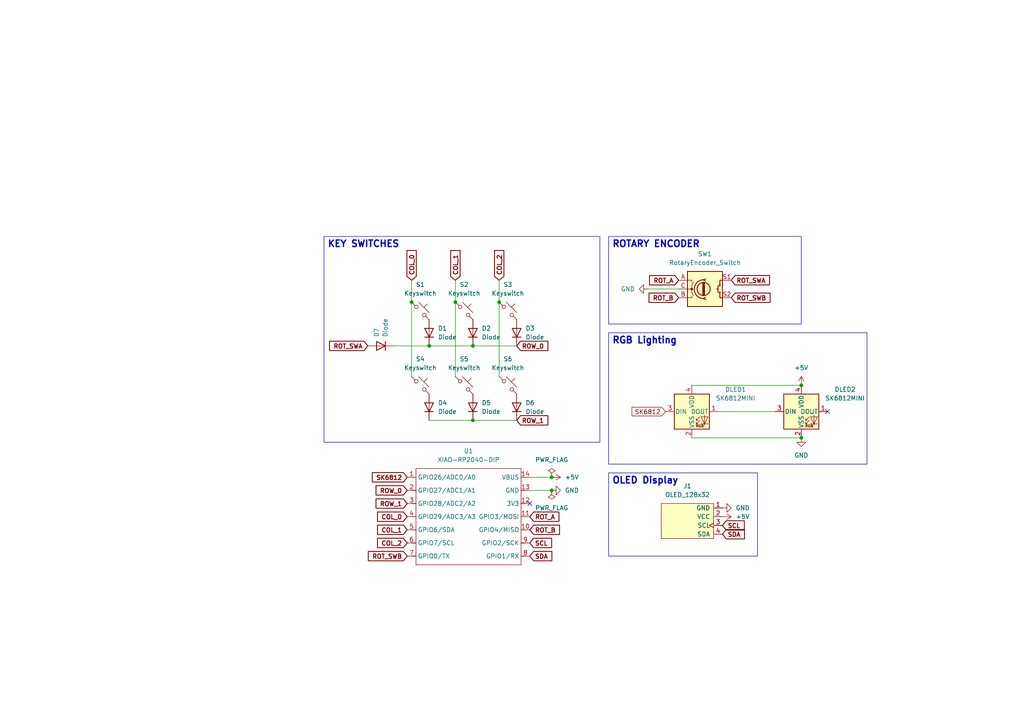
<source format=kicad_sch>
(kicad_sch (version 20250114) (generator "eeschema") (generator_version "9.0")
  (paper "A4")
  (title_block (title "Command Pad") (date "2025-05-25") (rev "1.0") (company "sjalkote") (comment 1 "First time making a pcb lol"))
  (lib_symbols
    (symbol "Device:RotaryEncoder_Switch" (pin_names (offset 0.254) (hide yes))
      (property "Reference" "SW" (at 0 6.604 0))
      (property "Value" "RotaryEncoder_Switch" (at 0 -6.604 0))
      (symbol "RotaryEncoder_Switch_0_1"
        (rectangle (start -5.08 5.08) (end 5.08 -5.08) (stroke (width 0.254)) (fill (type background)))
        (polyline (pts (xy -5.08 2.54) (xy -3.81 2.54) (xy -3.81 2.032)))
        (polyline (pts (xy -5.08 0) (xy -3.81 0) (xy -3.81 -1.016) (xy -3.302 -2.032)))
        (polyline (pts (xy -5.08 -2.54) (xy -3.81 -2.54) (xy -3.81 -2.032)))
        (polyline (pts (xy -4.318 0) (xy -3.81 0) (xy -3.81 1.016) (xy -3.302 2.032)))
        (circle (center -3.81 0) (radius 0.254) (fill (type outline)))
        (polyline (pts (xy -0.635 -1.778) (xy -0.635 1.778)) (stroke (width 0.254)))
        (circle (center -0.381 0) (radius 1.905) (stroke (width 0.254)))
        (polyline (pts (xy -0.381 -1.778) (xy -0.381 1.778)) (stroke (width 0.254)))
        (arc (start -0.381 -2.794) (mid -3.0988 -0.0635) (end -0.381 2.667) (stroke (width 0.254)))
        (polyline (pts (xy -0.127 1.778) (xy -0.127 -1.778)) (stroke (width 0.254)))
        (polyline (pts (xy 0.254 2.921) (xy -0.508 2.667) (xy 0.127 2.286)) (stroke (width 0.254)))
        (polyline (pts (xy 0.254 -3.048) (xy -0.508 -2.794) (xy 0.127 -2.413)) (stroke (width 0.254)))
        (polyline (pts (xy 3.81 1.016) (xy 3.81 -1.016)) (stroke (width 0.254)))
        (polyline (pts (xy 3.81 0) (xy 3.429 0)) (stroke (width 0.254)))
        (circle (center 4.318 1.016) (radius 0.127) (stroke (width 0.254)))
        (circle (center 4.318 -1.016) (radius 0.127) (stroke (width 0.254)))
        (polyline (pts (xy 5.08 2.54) (xy 4.318 2.54) (xy 4.318 1.016)) (stroke (width 0.254)))
        (polyline (pts (xy 5.08 -2.54) (xy 4.318 -2.54) (xy 4.318 -1.016)) (stroke (width 0.254)))
      )
      (symbol "RotaryEncoder_Switch_1_1"
        (pin passive line (at -7.62 2.54 0) (length 2.54) (name "A") (number "A"))
        (pin passive line (at -7.62 0 0) (length 2.54) (name "C") (number "C"))
        (pin passive line (at -7.62 -2.54 0) (length 2.54) (name "B") (number "B"))
        (pin passive line (at 7.62 2.54 180) (length 2.54) (name "S1") (number "S1"))
        (pin passive line (at 7.62 -2.54 180) (length 2.54) (name "S2") (number "S2"))
      )
    )
    (symbol "LED:SK6812MINI" (pin_names (offset 0.254))
      (property "Reference" "D" (at 5.08 5.715 0))
      (property "Value" "SK6812MINI" (at 1.27 -5.715 0))
      (symbol "SK6812MINI_0_0"
        (text "RGB" (at 2.286 -4.191 0) (effects (font (size 0.762 0.762))))
      )
      (symbol "SK6812MINI_0_1"
        (polyline (pts (xy 1.27 -2.54) (xy 1.778 -2.54)))
        (polyline (pts (xy 1.27 -3.556) (xy 1.778 -3.556)))
        (polyline (pts (xy 2.286 -1.524) (xy 1.27 -2.54) (xy 1.27 -2.032)))
        (polyline (pts (xy 2.286 -2.54) (xy 1.27 -3.556) (xy 1.27 -3.048)))
        (polyline (pts (xy 3.683 -1.016) (xy 3.683 -3.556) (xy 3.683 -4.064)))
        (polyline (pts (xy 4.699 -1.524) (xy 2.667 -1.524) (xy 3.683 -3.556) (xy 4.699 -1.524)))
        (polyline (pts (xy 4.699 -3.556) (xy 2.667 -3.556)))
        (rectangle (start 5.08 5.08) (end -5.08 -5.08) (stroke (width 0.254)) (fill (type background)))
      )
      (symbol "SK6812MINI_1_1"
        (pin input line (at -7.62 0 0) (length 2.54) (name "DIN") (number "3"))
        (pin power_in line (at 0 7.62 270) (length 2.54) (name "VDD") (number "4"))
        (pin power_in line (at 0 -7.62 90) (length 2.54) (name "VSS") (number "2"))
        (pin output line (at 7.62 0 180) (length 2.54) (name "DOUT") (number "1"))
      )
    )
    (symbol "ScottoKeebs:OLED_128x32" (pin_names (offset 1.016))
      (property "Reference" "J" (at 0 -6.35 0))
      (property "Value" "OLED_128x32" (at 0 6.35 0))
      (symbol "OLED_128x32_0_1"
        (rectangle (start 0 5.08) (end 15.24 -5.08) (fill (type background)))
      )
      (symbol "OLED_128x32_1_1"
        (pin bidirectional line (at -2.54 3.81 0) (length 2.54) (name "SDA") (number "4"))
        (pin input clock (at -2.54 1.27 0) (length 2.54) (name "SCL") (number "3"))
        (pin power_in line (at -2.54 -1.27 0) (length 2.54) (name "VCC") (number "2"))
        (pin power_in line (at -2.54 -3.81 0) (length 2.54) (name "GND") (number "1"))
      )
    )
    (symbol "ScottoKeebs:Placeholder_Diode" (pin_numbers (hide yes)) (pin_names (hide yes))
      (property "Reference" "D" (at 0 2.54 0))
      (property "Value" "Diode" (at 0 -2.54 0))
      (symbol "Placeholder_Diode_0_1"
        (polyline (pts (xy -1.27 1.27) (xy -1.27 -1.27)) (stroke (width 0.254)))
        (polyline (pts (xy 1.27 1.27) (xy 1.27 -1.27) (xy -1.27 0) (xy 1.27 1.27)) (stroke (width 0.254)))
        (polyline (pts (xy 1.27 0) (xy -1.27 0)))
      )
      (symbol "Placeholder_Diode_1_1"
        (pin passive line (at -3.81 0 0) (length 2.54) (name "K") (number "1"))
        (pin passive line (at 3.81 0 180) (length 2.54) (name "A") (number "2"))
      )
    )
    (symbol "ScottoKeebs:Placeholder_Keyswitch" (pin_numbers (hide yes)) (pin_names (offset 1.016) (hide yes))
      (property "Reference" "S" (at 3.048 1.016 0))
      (property "Value" "Keyswitch" (at 0 -3.81 0))
      (symbol "Placeholder_Keyswitch_0_1"
        (polyline (pts (xy -2.54 2.54) (xy -1.524 1.524) (xy -1.524 1.524)))
        (circle (center -1.1684 1.1684) (radius 0.508))
        (polyline (pts (xy -0.508 2.54) (xy 2.54 -0.508)))
        (polyline (pts (xy 1.016 1.016) (xy 2.032 2.032)))
        (circle (center 1.143 -1.1938) (radius 0.508))
        (polyline (pts (xy 1.524 -1.524) (xy 2.54 -2.54) (xy 2.54 -2.54) (xy 2.54 -2.54)))
        (pin passive line (at -2.54 2.54 0) (length 0) (name "1") (number "1"))
        (pin passive line (at 2.54 -2.54 180) (length 0) (name "2") (number "2"))
      )
    )
    (symbol "Seeed_Studio_XIAO_Series:XIAO-RP2040-DIP"
      (property "Reference" "U" (at 0 0 0))
      (property "Value" "XIAO-RP2040-DIP" (at 5.334 -1.778 0))
      (symbol "XIAO-RP2040-DIP_1_0"
        (polyline (pts (xy -1.27 -2.54) (xy 29.21 -2.54)) (stroke (width 0.1524)))
        (polyline (pts (xy -1.27 -5.08) (xy -2.54 -5.08)) (stroke (width 0.1524)))
        (polyline (pts (xy -1.27 -5.08) (xy -1.27 -2.54)) (stroke (width 0.1524)))
        (polyline (pts (xy -1.27 -8.89) (xy -2.54 -8.89)) (stroke (width 0.1524)))
        (polyline (pts (xy -1.27 -8.89) (xy -1.27 -5.08)) (stroke (width 0.1524)))
        (polyline (pts (xy -1.27 -12.7) (xy -2.54 -12.7)) (stroke (width 0.1524)))
        (polyline (pts (xy -1.27 -12.7) (xy -1.27 -8.89)) (stroke (width 0.1524)))
        (polyline (pts (xy -1.27 -16.51) (xy -2.54 -16.51)) (stroke (width 0.1524)))
        (polyline (pts (xy -1.27 -16.51) (xy -1.27 -12.7)) (stroke (width 0.1524)))
        (polyline (pts (xy -1.27 -20.32) (xy -2.54 -20.32)) (stroke (width 0.1524)))
        (polyline (pts (xy -1.27 -24.13) (xy -2.54 -24.13)) (stroke (width 0.1524)))
        (polyline (pts (xy -1.27 -27.94) (xy -2.54 -27.94)) (stroke (width 0.1524)))
        (polyline (pts (xy -1.27 -30.48) (xy -1.27 -16.51)) (stroke (width 0.1524)))
        (polyline (pts (xy 29.21 -2.54) (xy 29.21 -5.08)) (stroke (width 0.1524)))
        (polyline (pts (xy 29.21 -5.08) (xy 29.21 -8.89)) (stroke (width 0.1524)))
        (polyline (pts (xy 29.21 -8.89) (xy 29.21 -12.7)) (stroke (width 0.1524)))
        (polyline (pts (xy 29.21 -12.7) (xy 29.21 -30.48)) (stroke (width 0.1524)))
        (polyline (pts (xy 29.21 -30.48) (xy -1.27 -30.48)) (stroke (width 0.1524)))
        (polyline (pts (xy 30.48 -5.08) (xy 29.21 -5.08)) (stroke (width 0.1524)))
        (polyline (pts (xy 30.48 -8.89) (xy 29.21 -8.89)) (stroke (width 0.1524)))
        (polyline (pts (xy 30.48 -12.7) (xy 29.21 -12.7)) (stroke (width 0.1524)))
        (polyline (pts (xy 30.48 -16.51) (xy 29.21 -16.51)) (stroke (width 0.1524)))
        (polyline (pts (xy 30.48 -20.32) (xy 29.21 -20.32)) (stroke (width 0.1524)))
        (polyline (pts (xy 30.48 -24.13) (xy 29.21 -24.13)) (stroke (width 0.1524)))
        (polyline (pts (xy 30.48 -27.94) (xy 29.21 -27.94)) (stroke (width 0.1524)))
        (pin passive line (at -3.81 -5.08 0) (length 2.54) (name "GPIO26/ADC0/A0") (number "1"))
        (pin passive line (at -3.81 -8.89 0) (length 2.54) (name "GPIO27/ADC1/A1") (number "2"))
        (pin passive line (at -3.81 -12.7 0) (length 2.54) (name "GPIO28/ADC2/A2") (number "3"))
        (pin passive line (at -3.81 -16.51 0) (length 2.54) (name "GPIO29/ADC3/A3") (number "4"))
        (pin passive line (at -3.81 -20.32 0) (length 2.54) (name "GPIO6/SDA") (number "5"))
        (pin passive line (at -3.81 -24.13 0) (length 2.54) (name "GPIO7/SCL") (number "6"))
        (pin passive line (at -3.81 -27.94 0) (length 2.54) (name "GPIO0/TX") (number "7"))
        (pin passive line (at 31.75 -5.08 180) (length 2.54) (name "VBUS") (number "14"))
        (pin passive line (at 31.75 -8.89 180) (length 2.54) (name "GND") (number "13"))
        (pin passive line (at 31.75 -12.7 180) (length 2.54) (name "3V3") (number "12"))
        (pin passive line (at 31.75 -16.51 180) (length 2.54) (name "GPIO3/MOSI") (number "11"))
        (pin passive line (at 31.75 -20.32 180) (length 2.54) (name "GPIO4/MISO") (number "10"))
        (pin passive line (at 31.75 -24.13 180) (length 2.54) (name "GPIO2/SCK") (number "9"))
        (pin passive line (at 31.75 -27.94 180) (length 2.54) (name "GPIO1/RX") (number "8"))
      )
    )
    (symbol "power:+5V" (power) (pin_numbers (hide yes)) (pin_names (offset 0) (hide yes))
      (property "Value" "+5V" (at 0 3.556 0))
      (symbol "+5V_0_1"
        (polyline (pts (xy -0.762 1.27) (xy 0 2.54)))
        (polyline (pts (xy 0 2.54) (xy 0.762 1.27)))
        (polyline (pts (xy 0 0) (xy 0 2.54)))
      )
      (symbol "+5V_1_1"
        (pin power_in line (at 0 0 90) (length 0) (name "~") (number "1"))
      )
    )
    (symbol "power:GND" (power) (pin_numbers (hide yes)) (pin_names (offset 0) (hide yes))
      (property "Value" "GND" (at 0 -3.81 0))
      (symbol "GND_0_1"
        (polyline (pts (xy 0 0) (xy 0 -1.27) (xy 1.27 -1.27) (xy 0 -2.54) (xy -1.27 -1.27) (xy 0 -1.27)))
      )
      (symbol "GND_1_1"
        (pin power_in line (at 0 0 270) (length 0) (name "~") (number "1"))
      )
    )
    (symbol "power:PWR_FLAG" (power) (pin_numbers (hide yes)) (pin_names (offset 0) (hide yes))
      (property "Value" "PWR_FLAG" (at 0 3.81 0))
      (symbol "PWR_FLAG_0_0"
        (pin power_out line (at 0 0 90) (length 0) (name "~") (number "1"))
      )
      (symbol "PWR_FLAG_0_1"
        (polyline (pts (xy 0 0) (xy 0 1.27) (xy -1.016 1.905) (xy 0 2.54) (xy 1.016 1.905) (xy 0 1.27)))
      )
    )
  )
  (text_box "OLED Display" (at 176.53 137.16 0) (size 43.18 24.13) (margins 0.9525 0.9525 0.9525 0.9525) (effects (font (size 1.905 1.905) (thickness 0.381) (bold yes)) (justify left top)))
  (text_box "RGB Lighting" (at 176.53 96.52 0) (size 74.93 38.1) (margins 0.9525 0.9525 0.9525 0.9525) (effects (font (size 1.905 1.905) (thickness 0.381) (bold yes)) (justify left top)))
  (text_box "ROTARY ENCODER" (at 176.53 68.58 0) (size 55.88 25.4) (margins 0.9525 0.9525 0.9525 0.9525) (effects (font (size 1.905 1.905) (thickness 0.381) (bold yes)) (justify left top)))
  (text_box "KEY SWITCHES" (at 93.98 68.58 0) (size 80.01 59.69) (margins 0.9525 0.9525 0.9525 0.9525) (effects (font (size 1.905 1.905) (thickness 0.381) (bold yes)) (justify left top)))
  (junction (at 119.38 87.63))
  (junction (at 160.02 142.24))
  (junction (at 137.16 121.92))
  (junction (at 232.41 111.76))
  (junction (at 232.41 127))
  (junction (at 160.02 138.43))
  (junction (at 144.78 87.63))
  (junction (at 137.16 100.33))
  (junction (at 132.08 87.63))
  (junction (at 124.46 100.33))
  (no_connect (at 240.03 119.38))
  (no_connect (at 153.67 146.05))
  (wire (pts (xy 137.16 121.92) (xy 149.86 121.92)))
  (wire (pts (xy 132.08 87.63) (xy 132.08 109.22)))
  (wire (pts (xy 114.3 100.33) (xy 124.46 100.33)))
  (wire (pts (xy 124.46 121.92) (xy 137.16 121.92)))
  (wire (pts (xy 200.66 127) (xy 232.41 127)))
  (wire (pts (xy 187.96 83.82) (xy 196.85 83.82)))
  (wire (pts (xy 200.66 111.76) (xy 232.41 111.76)))
  (wire (pts (xy 160.02 138.43) (xy 153.67 138.43)))
  (wire (pts (xy 124.46 100.33) (xy 137.16 100.33)))
  (wire (pts (xy 144.78 87.63) (xy 144.78 109.22)))
  (wire (pts (xy 132.08 81.28) (xy 132.08 87.63)))
  (wire (pts (xy 144.78 81.28) (xy 144.78 87.63)))
  (wire (pts (xy 160.02 142.24) (xy 153.67 142.24)))
  (wire (pts (xy 119.38 81.28) (xy 119.38 87.63)))
  (wire (pts (xy 137.16 100.33) (xy 149.86 100.33)))
  (wire (pts (xy 119.38 87.63) (xy 119.38 109.22)))
  (wire (pts (xy 208.28 119.38) (xy 224.79 119.38)))
  (global_label "ROT_SWA" (shape input) (at 106.68 100.33 180) (effects (font (thickness 0.254) (bold yes))) (property "Intersheetrefs" "${INTERSHEET_REFS}" (effects (hide yes))))
  (global_label "ROT_SWA" (shape input) (at 212.09 81.28 0) (effects (font (thickness 0.254) (bold yes))) (property "Intersheetrefs" "${INTERSHEET_REFS}" (effects (hide yes))))
  (global_label "SK6812" (shape input) (at 118.11 138.43 180) (effects (font (thickness 0.254) (bold yes))) (property "Intersheetrefs" "${INTERSHEET_REFS}" (effects (hide yes))))
  (global_label "SDA" (shape input) (at 209.55 154.94 0) (effects (font (thickness 0.254) (bold yes))) (property "Intersheetrefs" "${INTERSHEET_REFS}" (effects (hide yes))))
  (global_label "COL_1" (shape input) (at 118.11 153.67 180) (effects (font (thickness 0.254) (bold yes))) (property "Intersheetrefs" "${INTERSHEET_REFS}" (effects (hide yes))))
  (global_label "ROT_SWB" (shape input) (at 212.09 86.36 0) (effects (font (thickness 0.254) (bold yes))) (property "Intersheetrefs" "${INTERSHEET_REFS}" (effects (hide yes))))
  (global_label "SK6812" (shape input) (at 193.04 119.38 180) (property "Intersheetrefs" "${INTERSHEET_REFS}" (effects (hide yes))))
  (global_label "SCL" (shape input) (at 209.55 152.4 0) (effects (font (thickness 0.254) (bold yes))) (property "Intersheetrefs" "${INTERSHEET_REFS}" (effects (hide yes))))
  (global_label "COL_0" (shape input) (at 119.38 81.28 90) (effects (font (thickness 0.254) (bold yes))) (property "Intersheetrefs" "${INTERSHEET_REFS}" (effects (hide yes))))
  (global_label "COL_2" (shape input) (at 118.11 157.48 180) (effects (font (thickness 0.254) (bold yes))) (property "Intersheetrefs" "${INTERSHEET_REFS}" (effects (hide yes))))
  (global_label "ROW_0" (shape input) (at 118.11 142.24 180) (effects (font (thickness 0.254) (bold yes))) (property "Intersheetrefs" "${INTERSHEET_REFS}" (effects (hide yes))))
  (global_label "SCL" (shape input) (at 153.67 157.48 0) (effects (font (thickness 0.254) (bold yes))) (property "Intersheetrefs" "${INTERSHEET_REFS}" (effects (hide yes))))
  (global_label "ROW_0" (shape input) (at 149.86 100.33 0) (effects (font (thickness 0.254) (bold yes))) (property "Intersheetrefs" "${INTERSHEET_REFS}" (effects (hide yes))))
  (global_label "SDA" (shape input) (at 153.67 161.29 0) (effects (font (thickness 0.254) (bold yes))) (property "Intersheetrefs" "${INTERSHEET_REFS}" (effects (hide yes))))
  (global_label "ROT_B" (shape input) (at 196.85 86.36 180) (effects (font (thickness 0.254) (bold yes))) (property "Intersheetrefs" "${INTERSHEET_REFS}" (effects (hide yes))))
  (global_label "ROW_1" (shape input) (at 149.86 121.92 0) (effects (font (thickness 0.254) (bold yes))) (property "Intersheetrefs" "${INTERSHEET_REFS}" (effects (hide yes))))
  (global_label "ROT_A" (shape input) (at 196.85 81.28 180) (effects (font (thickness 0.254) (bold yes))) (property "Intersheetrefs" "${INTERSHEET_REFS}" (effects (hide yes))))
  (global_label "COL_0" (shape input) (at 118.11 149.86 180) (effects (font (thickness 0.254) (bold yes))) (property "Intersheetrefs" "${INTERSHEET_REFS}" (effects (hide yes))))
  (global_label "ROT_SWB" (shape input) (at 118.11 161.29 180) (effects (font (thickness 0.254) (bold yes))) (property "Intersheetrefs" "${INTERSHEET_REFS}" (effects (hide yes))))
  (global_label "COL_1" (shape input) (at 132.08 81.28 90) (effects (font (thickness 0.254) (bold yes))) (property "Intersheetrefs" "${INTERSHEET_REFS}" (effects (hide yes))))
  (global_label "ROT_A" (shape input) (at 153.67 149.86 0) (effects (font (thickness 0.254) (bold yes))) (property "Intersheetrefs" "${INTERSHEET_REFS}" (effects (hide yes))))
  (global_label "ROT_B" (shape input) (at 153.67 153.67 0) (effects (font (thickness 0.254) (bold yes))) (property "Intersheetrefs" "${INTERSHEET_REFS}" (effects (hide yes))))
  (global_label "COL_2" (shape input) (at 144.78 81.28 90) (effects (font (thickness 0.254) (bold yes))) (property "Intersheetrefs" "${INTERSHEET_REFS}" (effects (hide yes))))
  (global_label "ROW_1" (shape input) (at 118.11 146.05 180) (effects (font (thickness 0.254) (bold yes))) (property "Intersheetrefs" "${INTERSHEET_REFS}" (effects (hide yes))))
  (symbol (lib_id "LED:SK6812MINI") (at 200.66 119.38 0) (unit 1)
    (property "Reference" "DLED1" (at 213.36 112.9598 0))
    (property "Value" "SK6812MINI" (at 213.36 115.4998 0))
    (property "Footprint" "LED_SMD:LED_SK6812MINI_PLCC4_3.5x3.5mm_P1.75mm" (effects (hide yes)))
    (property "Datasheet" "https://cdn-shop.adafruit.com/product-files/2686/SK6812MINI_REV.01-1-2.pdf" (effects (hide yes)))
    (property "Description" "RGB LED with integrated controller" (effects (hide yes)))
  )
  (symbol (lib_id "power:PWR_FLAG") (at 160.02 142.24 180) (unit 1)
    (property "Reference" "#FLG02" (effects (hide yes)))
    (property "Value" "PWR_FLAG" (at 160.02 147.32 0))
    (property "Description" "Special symbol for telling ERC where power comes from" (effects (hide yes)))
  )
  (symbol (lib_id "ScottoKeebs:Placeholder_Diode") (at 149.86 118.11 90) (unit 1)
    (property "Reference" "D6" (at 152.4 116.8399 90) (effects (justify right)))
    (property "Value" "Diode" (at 152.4 119.3799 90) (effects (justify right)))
    (property "Footprint" "ScottoKeebs_Components:Diode_DO-35" (effects (hide yes)))
    (property "Description" "1N4148 (DO-35) or 1N4148W (SOD-123)" (effects (hide yes)))
    (property "Sim.Device" "D" (effects (hide yes)))
    (property "Sim.Pins" "1=K 2=A" (effects (hide yes)))
  )
  (symbol (lib_id "power:PWR_FLAG") (at 160.02 138.43 0) (unit 1)
    (property "Reference" "#FLG01" (effects (hide yes)))
    (property "Value" "PWR_FLAG" (at 160.02 133.35 0))
    (property "Description" "Special symbol for telling ERC where power comes from" (effects (hide yes)))
  )
  (symbol (lib_id "ScottoKeebs:Placeholder_Diode") (at 149.86 96.52 90) (unit 1)
    (property "Reference" "D3" (at 152.4 95.2499 90) (effects (justify right)))
    (property "Value" "Diode" (at 152.4 97.7899 90) (effects (justify right)))
    (property "Footprint" "ScottoKeebs_Components:Diode_DO-35" (effects (hide yes)))
    (property "Description" "1N4148 (DO-35) or 1N4148W (SOD-123)" (effects (hide yes)))
    (property "Sim.Device" "D" (effects (hide yes)))
    (property "Sim.Pins" "1=K 2=A" (effects (hide yes)))
  )
  (symbol (lib_id "ScottoKeebs:Placeholder_Keyswitch") (at 147.32 90.17 0) (unit 1)
    (property "Reference" "S3" (at 147.32 82.55 0))
    (property "Value" "Keyswitch" (at 147.32 85.09 0))
    (property "Footprint" "Button_Switch_Keyboard:SW_Cherry_MX_1.00u_PCB" (effects (hide yes)))
    (property "Description" "Push button switch, normally open, two pins, 45° tilted" (effects (hide yes)))
  )
  (symbol (lib_id "LED:SK6812MINI") (at 232.41 119.38 0) (unit 1)
    (property "Reference" "DLED2" (at 245.11 112.9598 0))
    (property "Value" "SK6812MINI" (at 245.11 115.4998 0))
    (property "Footprint" "LED_SMD:LED_SK6812MINI_PLCC4_3.5x3.5mm_P1.75mm" (effects (hide yes)))
    (property "Datasheet" "https://cdn-shop.adafruit.com/product-files/2686/SK6812MINI_REV.01-1-2.pdf" (effects (hide yes)))
    (property "Description" "RGB LED with integrated controller" (effects (hide yes)))
  )
  (symbol (lib_id "ScottoKeebs:Placeholder_Keyswitch") (at 134.62 90.17 0) (unit 1)
    (property "Reference" "S2" (at 134.62 82.55 0))
    (property "Value" "Keyswitch" (at 134.62 85.09 0))
    (property "Footprint" "Button_Switch_Keyboard:SW_Cherry_MX_1.00u_PCB" (effects (hide yes)))
    (property "Description" "Push button switch, normally open, two pins, 45° tilted" (effects (hide yes)))
  )
  (symbol (lib_id "Device:RotaryEncoder_Switch") (at 204.47 83.82 0) (unit 1)
    (property "Reference" "SW1" (at 204.47 73.66 0))
    (property "Value" "RotaryEncoder_Switch" (at 204.47 76.2 0))
    (property "Footprint" "Rotary_Encoder:RotaryEncoder_Alps_EC11E-Switch_Vertical_H20mm" (effects (hide yes)))
    (property "Description" "Rotary encoder, dual channel, incremental quadrate outputs, with switch" (effects (hide yes)))
  )
  (symbol (lib_id "ScottoKeebs:Placeholder_Diode") (at 137.16 96.52 90) (unit 1)
    (property "Reference" "D2" (at 139.7 95.2499 90) (effects (justify right)))
    (property "Value" "Diode" (at 139.7 97.7899 90) (effects (justify right)))
    (property "Footprint" "ScottoKeebs_Components:Diode_DO-35" (effects (hide yes)))
    (property "Description" "1N4148 (DO-35) or 1N4148W (SOD-123)" (effects (hide yes)))
    (property "Sim.Device" "D" (effects (hide yes)))
    (property "Sim.Pins" "1=K 2=A" (effects (hide yes)))
  )
  (symbol (lib_id "power:GND") (at 232.41 127 0) (unit 1)
    (property "Reference" "#PWR04" (effects (hide yes)))
    (property "Value" "GND" (at 232.41 132.08 0))
    (property "Description" "Power symbol creates a global label with name \"GND\" , ground" (effects (hide yes)))
  )
  (symbol (lib_id "power:+5V") (at 209.55 149.86 270) (unit 1)
    (property "Reference" "#PWR05" (effects (hide yes)))
    (property "Value" "+5V" (at 213.36 149.8599 90) (effects (justify left)))
    (property "Description" "Power symbol creates a global label with name \"+5V\"" (effects (hide yes)))
  )
  (symbol (lib_id "power:+5V") (at 232.41 111.76 0) (unit 1)
    (property "Reference" "#PWR03" (effects (hide yes)))
    (property "Value" "+5V" (at 232.41 106.68 0))
    (property "Description" "Power symbol creates a global label with name \"+5V\"" (effects (hide yes)))
  )
  (symbol (lib_id "ScottoKeebs:Placeholder_Keyswitch") (at 147.32 111.76 0) (unit 1)
    (property "Reference" "S6" (at 147.32 104.14 0))
    (property "Value" "Keyswitch" (at 147.32 106.68 0))
    (property "Footprint" "Button_Switch_Keyboard:SW_Cherry_MX_1.00u_PCB" (effects (hide yes)))
    (property "Description" "Push button switch, normally open, two pins, 45° tilted" (effects (hide yes)))
  )
  (symbol (lib_id "ScottoKeebs:OLED_128x32") (at 207.01 151.13 180) (unit 1)
    (property "Reference" "J1" (at 199.39 140.97 0))
    (property "Value" "OLED_128x32" (at 199.39 143.51 0))
    (property "Footprint" "0.91 OLED Display:SSD1306-0.91-OLED-4pin-128x32" (effects (hide yes)))
  )
  (symbol (lib_id "ScottoKeebs:Placeholder_Diode") (at 124.46 118.11 90) (unit 1)
    (property "Reference" "D4" (at 127 116.8399 90) (effects (justify right)))
    (property "Value" "Diode" (at 127 119.3799 90) (effects (justify right)))
    (property "Footprint" "ScottoKeebs_Components:Diode_DO-35" (effects (hide yes)))
    (property "Description" "1N4148 (DO-35) or 1N4148W (SOD-123)" (effects (hide yes)))
    (property "Sim.Device" "D" (effects (hide yes)))
    (property "Sim.Pins" "1=K 2=A" (effects (hide yes)))
  )
  (symbol (lib_id "power:GND") (at 160.02 142.24 90) (unit 1)
    (property "Reference" "#PWR02" (effects (hide yes)))
    (property "Value" "GND" (at 163.83 142.2399 90) (effects (justify right)))
    (property "Description" "Power symbol creates a global label with name \"GND\" , ground" (effects (hide yes)))
  )
  (symbol (lib_id "Seeed_Studio_XIAO_Series:XIAO-RP2040-DIP") (at 121.92 133.35 0) (unit 1)
    (property "Reference" "U1" (at 135.89 130.81 0))
    (property "Value" "XIAO-RP2040-DIP" (at 135.89 133.35 0))
    (property "Footprint" "Seeed Studio XIAO Series Library:XIAO-RP2040-DIP" (effects (hide yes)))
  )
  (symbol (lib_id "ScottoKeebs:Placeholder_Keyswitch") (at 134.62 111.76 0) (unit 1)
    (property "Reference" "S5" (at 134.62 104.14 0))
    (property "Value" "Keyswitch" (at 134.62 106.68 0))
    (property "Footprint" "Button_Switch_Keyboard:SW_Cherry_MX_1.00u_PCB" (effects (hide yes)))
    (property "Description" "Push button switch, normally open, two pins, 45° tilted" (effects (hide yes)))
  )
  (symbol (lib_id "power:+5V") (at 160.02 138.43 270) (unit 1)
    (property "Reference" "#PWR01" (effects (hide yes)))
    (property "Value" "+5V" (at 163.83 138.4299 90) (effects (justify left)))
    (property "Description" "Power symbol creates a global label with name \"+5V\"" (effects (hide yes)))
  )
  (symbol (lib_id "ScottoKeebs:Placeholder_Keyswitch") (at 121.92 111.76 0) (unit 1)
    (property "Reference" "S4" (at 121.92 104.14 0))
    (property "Value" "Keyswitch" (at 121.92 106.68 0))
    (property "Footprint" "Button_Switch_Keyboard:SW_Cherry_MX_1.00u_PCB" (effects (hide yes)))
    (property "Description" "Push button switch, normally open, two pins, 45° tilted" (effects (hide yes)))
  )
  (symbol (lib_id "power:GND") (at 209.55 147.32 90) (unit 1)
    (property "Reference" "#PWR06" (effects (hide yes)))
    (property "Value" "GND" (at 213.36 147.3199 90) (effects (justify right)))
    (property "Description" "Power symbol creates a global label with name \"GND\" , ground" (effects (hide yes)))
  )
  (symbol (lib_id "ScottoKeebs:Placeholder_Diode") (at 110.49 100.33 180) (unit 1)
    (property "Reference" "D7" (at 109.2199 97.79 90) (effects (justify right)))
    (property "Value" "Diode" (at 111.7599 97.79 90) (effects (justify right)))
    (property "Footprint" "ScottoKeebs_Components:Diode_DO-35" (effects (hide yes)))
    (property "Description" "1N4148 (DO-35) or 1N4148W (SOD-123)" (effects (hide yes)))
    (property "Sim.Device" "D" (effects (hide yes)))
    (property "Sim.Pins" "1=K 2=A" (effects (hide yes)))
  )
  (symbol (lib_id "ScottoKeebs:Placeholder_Keyswitch") (at 121.92 90.17 0) (unit 1)
    (property "Reference" "S1" (at 121.92 82.55 0))
    (property "Value" "Keyswitch" (at 121.92 85.09 0))
    (property "Footprint" "Button_Switch_Keyboard:SW_Cherry_MX_1.00u_PCB" (effects (hide yes)))
    (property "Description" "Push button switch, normally open, two pins, 45° tilted" (effects (hide yes)))
  )
  (symbol (lib_id "ScottoKeebs:Placeholder_Diode") (at 124.46 96.52 90) (unit 1)
    (property "Reference" "D1" (at 127 95.2499 90) (effects (justify right)))
    (property "Value" "Diode" (at 127 97.7899 90) (effects (justify right)))
    (property "Footprint" "ScottoKeebs_Components:Diode_DO-35" (effects (hide yes)))
    (property "Description" "1N4148 (DO-35) or 1N4148W (SOD-123)" (effects (hide yes)))
    (property "Sim.Device" "D" (effects (hide yes)))
    (property "Sim.Pins" "1=K 2=A" (effects (hide yes)))
  )
  (symbol (lib_id "power:GND") (at 187.96 83.82 270) (unit 1)
    (property "Reference" "#PWR07" (effects (hide yes)))
    (property "Value" "GND" (at 184.15 83.8199 90) (effects (justify right)))
    (property "Description" "Power symbol creates a global label with name \"GND\" , ground" (effects (hide yes)))
  )
  (symbol (lib_id "ScottoKeebs:Placeholder_Diode") (at 137.16 118.11 90) (unit 1)
    (property "Reference" "D5" (at 139.7 116.8399 90) (effects (justify right)))
    (property "Value" "Diode" (at 139.7 119.3799 90) (effects (justify right)))
    (property "Footprint" "ScottoKeebs_Components:Diode_DO-35" (effects (hide yes)))
    (property "Description" "1N4148 (DO-35) or 1N4148W (SOD-123)" (effects (hide yes)))
    (property "Sim.Device" "D" (effects (hide yes)))
    (property "Sim.Pins" "1=K 2=A" (effects (hide yes)))
  )
)
</source>
